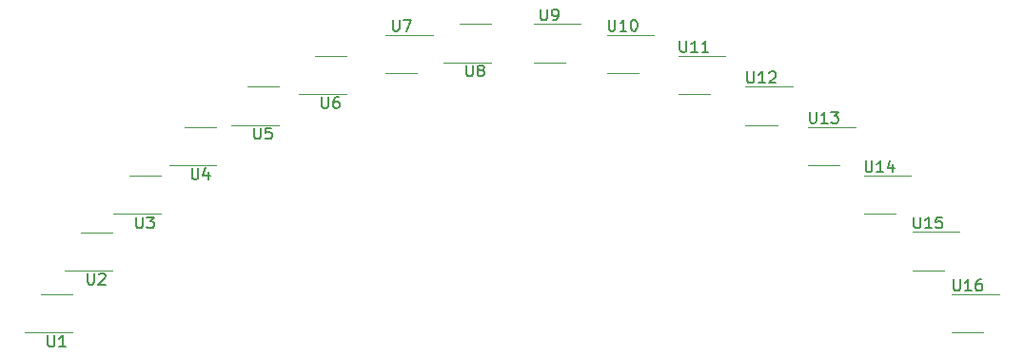
<source format=gbr>
%TF.GenerationSoftware,KiCad,Pcbnew,7.0.10*%
%TF.CreationDate,2024-03-21T08:15:52-03:00*%
%TF.ProjectId,linefollower,6c696e65-666f-46c6-9c6f-7765722e6b69,rev?*%
%TF.SameCoordinates,Original*%
%TF.FileFunction,Legend,Top*%
%TF.FilePolarity,Positive*%
%FSLAX46Y46*%
G04 Gerber Fmt 4.6, Leading zero omitted, Abs format (unit mm)*
G04 Created by KiCad (PCBNEW 7.0.10) date 2024-03-21 08:15:52*
%MOMM*%
%LPD*%
G01*
G04 APERTURE LIST*
%ADD10C,0.150000*%
%ADD11C,0.120000*%
G04 APERTURE END LIST*
D10*
X108718098Y-119670902D02*
X108718098Y-120480425D01*
X108718098Y-120480425D02*
X108765717Y-120575663D01*
X108765717Y-120575663D02*
X108813336Y-120623283D01*
X108813336Y-120623283D02*
X108908574Y-120670902D01*
X108908574Y-120670902D02*
X109099050Y-120670902D01*
X109099050Y-120670902D02*
X109194288Y-120623283D01*
X109194288Y-120623283D02*
X109241907Y-120575663D01*
X109241907Y-120575663D02*
X109289526Y-120480425D01*
X109289526Y-120480425D02*
X109289526Y-119670902D01*
X110289526Y-120670902D02*
X109718098Y-120670902D01*
X110003812Y-120670902D02*
X110003812Y-119670902D01*
X110003812Y-119670902D02*
X109908574Y-119813759D01*
X109908574Y-119813759D02*
X109813336Y-119908997D01*
X109813336Y-119908997D02*
X109718098Y-119956616D01*
X145941359Y-95564613D02*
X145941359Y-96374136D01*
X145941359Y-96374136D02*
X145988978Y-96469374D01*
X145988978Y-96469374D02*
X146036597Y-96516994D01*
X146036597Y-96516994D02*
X146131835Y-96564613D01*
X146131835Y-96564613D02*
X146322311Y-96564613D01*
X146322311Y-96564613D02*
X146417549Y-96516994D01*
X146417549Y-96516994D02*
X146465168Y-96469374D01*
X146465168Y-96469374D02*
X146512787Y-96374136D01*
X146512787Y-96374136D02*
X146512787Y-95564613D01*
X147131835Y-95993184D02*
X147036597Y-95945565D01*
X147036597Y-95945565D02*
X146988978Y-95897946D01*
X146988978Y-95897946D02*
X146941359Y-95802708D01*
X146941359Y-95802708D02*
X146941359Y-95755089D01*
X146941359Y-95755089D02*
X146988978Y-95659851D01*
X146988978Y-95659851D02*
X147036597Y-95612232D01*
X147036597Y-95612232D02*
X147131835Y-95564613D01*
X147131835Y-95564613D02*
X147322311Y-95564613D01*
X147322311Y-95564613D02*
X147417549Y-95612232D01*
X147417549Y-95612232D02*
X147465168Y-95659851D01*
X147465168Y-95659851D02*
X147512787Y-95755089D01*
X147512787Y-95755089D02*
X147512787Y-95802708D01*
X147512787Y-95802708D02*
X147465168Y-95897946D01*
X147465168Y-95897946D02*
X147417549Y-95945565D01*
X147417549Y-95945565D02*
X147322311Y-95993184D01*
X147322311Y-95993184D02*
X147131835Y-95993184D01*
X147131835Y-95993184D02*
X147036597Y-96040803D01*
X147036597Y-96040803D02*
X146988978Y-96088422D01*
X146988978Y-96088422D02*
X146941359Y-96183660D01*
X146941359Y-96183660D02*
X146941359Y-96374136D01*
X146941359Y-96374136D02*
X146988978Y-96469374D01*
X146988978Y-96469374D02*
X147036597Y-96516994D01*
X147036597Y-96516994D02*
X147131835Y-96564613D01*
X147131835Y-96564613D02*
X147322311Y-96564613D01*
X147322311Y-96564613D02*
X147417549Y-96516994D01*
X147417549Y-96516994D02*
X147465168Y-96469374D01*
X147465168Y-96469374D02*
X147512787Y-96374136D01*
X147512787Y-96374136D02*
X147512787Y-96183660D01*
X147512787Y-96183660D02*
X147465168Y-96088422D01*
X147465168Y-96088422D02*
X147417549Y-96040803D01*
X147417549Y-96040803D02*
X147322311Y-95993184D01*
X176496475Y-99734464D02*
X176496475Y-100543987D01*
X176496475Y-100543987D02*
X176544094Y-100639225D01*
X176544094Y-100639225D02*
X176591713Y-100686845D01*
X176591713Y-100686845D02*
X176686951Y-100734464D01*
X176686951Y-100734464D02*
X176877427Y-100734464D01*
X176877427Y-100734464D02*
X176972665Y-100686845D01*
X176972665Y-100686845D02*
X177020284Y-100639225D01*
X177020284Y-100639225D02*
X177067903Y-100543987D01*
X177067903Y-100543987D02*
X177067903Y-99734464D01*
X178067903Y-100734464D02*
X177496475Y-100734464D01*
X177782189Y-100734464D02*
X177782189Y-99734464D01*
X177782189Y-99734464D02*
X177686951Y-99877321D01*
X177686951Y-99877321D02*
X177591713Y-99972559D01*
X177591713Y-99972559D02*
X177496475Y-100020178D01*
X178401237Y-99734464D02*
X179020284Y-99734464D01*
X179020284Y-99734464D02*
X178686951Y-100115416D01*
X178686951Y-100115416D02*
X178829808Y-100115416D01*
X178829808Y-100115416D02*
X178925046Y-100163035D01*
X178925046Y-100163035D02*
X178972665Y-100210654D01*
X178972665Y-100210654D02*
X179020284Y-100305892D01*
X179020284Y-100305892D02*
X179020284Y-100543987D01*
X179020284Y-100543987D02*
X178972665Y-100639225D01*
X178972665Y-100639225D02*
X178925046Y-100686845D01*
X178925046Y-100686845D02*
X178829808Y-100734464D01*
X178829808Y-100734464D02*
X178544094Y-100734464D01*
X178544094Y-100734464D02*
X178448856Y-100686845D01*
X178448856Y-100686845D02*
X178401237Y-100639225D01*
X133079228Y-98391726D02*
X133079228Y-99201249D01*
X133079228Y-99201249D02*
X133126847Y-99296487D01*
X133126847Y-99296487D02*
X133174466Y-99344107D01*
X133174466Y-99344107D02*
X133269704Y-99391726D01*
X133269704Y-99391726D02*
X133460180Y-99391726D01*
X133460180Y-99391726D02*
X133555418Y-99344107D01*
X133555418Y-99344107D02*
X133603037Y-99296487D01*
X133603037Y-99296487D02*
X133650656Y-99201249D01*
X133650656Y-99201249D02*
X133650656Y-98391726D01*
X134555418Y-98391726D02*
X134364942Y-98391726D01*
X134364942Y-98391726D02*
X134269704Y-98439345D01*
X134269704Y-98439345D02*
X134222085Y-98486964D01*
X134222085Y-98486964D02*
X134126847Y-98629821D01*
X134126847Y-98629821D02*
X134079228Y-98820297D01*
X134079228Y-98820297D02*
X134079228Y-99201249D01*
X134079228Y-99201249D02*
X134126847Y-99296487D01*
X134126847Y-99296487D02*
X134174466Y-99344107D01*
X134174466Y-99344107D02*
X134269704Y-99391726D01*
X134269704Y-99391726D02*
X134460180Y-99391726D01*
X134460180Y-99391726D02*
X134555418Y-99344107D01*
X134555418Y-99344107D02*
X134603037Y-99296487D01*
X134603037Y-99296487D02*
X134650656Y-99201249D01*
X134650656Y-99201249D02*
X134650656Y-98963154D01*
X134650656Y-98963154D02*
X134603037Y-98867916D01*
X134603037Y-98867916D02*
X134555418Y-98820297D01*
X134555418Y-98820297D02*
X134460180Y-98772678D01*
X134460180Y-98772678D02*
X134269704Y-98772678D01*
X134269704Y-98772678D02*
X134174466Y-98820297D01*
X134174466Y-98820297D02*
X134126847Y-98867916D01*
X134126847Y-98867916D02*
X134079228Y-98963154D01*
X112259125Y-114111315D02*
X112259125Y-114920838D01*
X112259125Y-114920838D02*
X112306744Y-115016076D01*
X112306744Y-115016076D02*
X112354363Y-115063696D01*
X112354363Y-115063696D02*
X112449601Y-115111315D01*
X112449601Y-115111315D02*
X112640077Y-115111315D01*
X112640077Y-115111315D02*
X112735315Y-115063696D01*
X112735315Y-115063696D02*
X112782934Y-115016076D01*
X112782934Y-115016076D02*
X112830553Y-114920838D01*
X112830553Y-114920838D02*
X112830553Y-114111315D01*
X113259125Y-114206553D02*
X113306744Y-114158934D01*
X113306744Y-114158934D02*
X113401982Y-114111315D01*
X113401982Y-114111315D02*
X113640077Y-114111315D01*
X113640077Y-114111315D02*
X113735315Y-114158934D01*
X113735315Y-114158934D02*
X113782934Y-114206553D01*
X113782934Y-114206553D02*
X113830553Y-114301791D01*
X113830553Y-114301791D02*
X113830553Y-114397029D01*
X113830553Y-114397029D02*
X113782934Y-114539886D01*
X113782934Y-114539886D02*
X113211506Y-115111315D01*
X113211506Y-115111315D02*
X113830553Y-115111315D01*
X181459637Y-104090695D02*
X181459637Y-104900218D01*
X181459637Y-104900218D02*
X181507256Y-104995456D01*
X181507256Y-104995456D02*
X181554875Y-105043076D01*
X181554875Y-105043076D02*
X181650113Y-105090695D01*
X181650113Y-105090695D02*
X181840589Y-105090695D01*
X181840589Y-105090695D02*
X181935827Y-105043076D01*
X181935827Y-105043076D02*
X181983446Y-104995456D01*
X181983446Y-104995456D02*
X182031065Y-104900218D01*
X182031065Y-104900218D02*
X182031065Y-104090695D01*
X183031065Y-105090695D02*
X182459637Y-105090695D01*
X182745351Y-105090695D02*
X182745351Y-104090695D01*
X182745351Y-104090695D02*
X182650113Y-104233552D01*
X182650113Y-104233552D02*
X182554875Y-104328790D01*
X182554875Y-104328790D02*
X182459637Y-104376409D01*
X183888208Y-104424028D02*
X183888208Y-105090695D01*
X183650113Y-104043076D02*
X183412018Y-104757361D01*
X183412018Y-104757361D02*
X184031065Y-104757361D01*
X121518698Y-104742951D02*
X121518698Y-105552474D01*
X121518698Y-105552474D02*
X121566317Y-105647712D01*
X121566317Y-105647712D02*
X121613936Y-105695332D01*
X121613936Y-105695332D02*
X121709174Y-105742951D01*
X121709174Y-105742951D02*
X121899650Y-105742951D01*
X121899650Y-105742951D02*
X121994888Y-105695332D01*
X121994888Y-105695332D02*
X122042507Y-105647712D01*
X122042507Y-105647712D02*
X122090126Y-105552474D01*
X122090126Y-105552474D02*
X122090126Y-104742951D01*
X122994888Y-105076284D02*
X122994888Y-105742951D01*
X122756793Y-104695332D02*
X122518698Y-105409617D01*
X122518698Y-105409617D02*
X123137745Y-105409617D01*
X127065241Y-101151106D02*
X127065241Y-101960629D01*
X127065241Y-101960629D02*
X127112860Y-102055867D01*
X127112860Y-102055867D02*
X127160479Y-102103487D01*
X127160479Y-102103487D02*
X127255717Y-102151106D01*
X127255717Y-102151106D02*
X127446193Y-102151106D01*
X127446193Y-102151106D02*
X127541431Y-102103487D01*
X127541431Y-102103487D02*
X127589050Y-102055867D01*
X127589050Y-102055867D02*
X127636669Y-101960629D01*
X127636669Y-101960629D02*
X127636669Y-101151106D01*
X128589050Y-101151106D02*
X128112860Y-101151106D01*
X128112860Y-101151106D02*
X128065241Y-101627296D01*
X128065241Y-101627296D02*
X128112860Y-101579677D01*
X128112860Y-101579677D02*
X128208098Y-101532058D01*
X128208098Y-101532058D02*
X128446193Y-101532058D01*
X128446193Y-101532058D02*
X128541431Y-101579677D01*
X128541431Y-101579677D02*
X128589050Y-101627296D01*
X128589050Y-101627296D02*
X128636669Y-101722534D01*
X128636669Y-101722534D02*
X128636669Y-101960629D01*
X128636669Y-101960629D02*
X128589050Y-102055867D01*
X128589050Y-102055867D02*
X128541431Y-102103487D01*
X128541431Y-102103487D02*
X128446193Y-102151106D01*
X128446193Y-102151106D02*
X128208098Y-102151106D01*
X128208098Y-102151106D02*
X128112860Y-102103487D01*
X128112860Y-102103487D02*
X128065241Y-102055867D01*
X170944449Y-96144479D02*
X170944449Y-96954002D01*
X170944449Y-96954002D02*
X170992068Y-97049240D01*
X170992068Y-97049240D02*
X171039687Y-97096860D01*
X171039687Y-97096860D02*
X171134925Y-97144479D01*
X171134925Y-97144479D02*
X171325401Y-97144479D01*
X171325401Y-97144479D02*
X171420639Y-97096860D01*
X171420639Y-97096860D02*
X171468258Y-97049240D01*
X171468258Y-97049240D02*
X171515877Y-96954002D01*
X171515877Y-96954002D02*
X171515877Y-96144479D01*
X172515877Y-97144479D02*
X171944449Y-97144479D01*
X172230163Y-97144479D02*
X172230163Y-96144479D01*
X172230163Y-96144479D02*
X172134925Y-96287336D01*
X172134925Y-96287336D02*
X172039687Y-96382574D01*
X172039687Y-96382574D02*
X171944449Y-96430193D01*
X172896830Y-96239717D02*
X172944449Y-96192098D01*
X172944449Y-96192098D02*
X173039687Y-96144479D01*
X173039687Y-96144479D02*
X173277782Y-96144479D01*
X173277782Y-96144479D02*
X173373020Y-96192098D01*
X173373020Y-96192098D02*
X173420639Y-96239717D01*
X173420639Y-96239717D02*
X173468258Y-96334955D01*
X173468258Y-96334955D02*
X173468258Y-96430193D01*
X173468258Y-96430193D02*
X173420639Y-96573050D01*
X173420639Y-96573050D02*
X172849211Y-97144479D01*
X172849211Y-97144479D02*
X173468258Y-97144479D01*
X189310976Y-114680392D02*
X189310976Y-115489915D01*
X189310976Y-115489915D02*
X189358595Y-115585153D01*
X189358595Y-115585153D02*
X189406214Y-115632773D01*
X189406214Y-115632773D02*
X189501452Y-115680392D01*
X189501452Y-115680392D02*
X189691928Y-115680392D01*
X189691928Y-115680392D02*
X189787166Y-115632773D01*
X189787166Y-115632773D02*
X189834785Y-115585153D01*
X189834785Y-115585153D02*
X189882404Y-115489915D01*
X189882404Y-115489915D02*
X189882404Y-114680392D01*
X190882404Y-115680392D02*
X190310976Y-115680392D01*
X190596690Y-115680392D02*
X190596690Y-114680392D01*
X190596690Y-114680392D02*
X190501452Y-114823249D01*
X190501452Y-114823249D02*
X190406214Y-114918487D01*
X190406214Y-114918487D02*
X190310976Y-114966106D01*
X191739547Y-114680392D02*
X191549071Y-114680392D01*
X191549071Y-114680392D02*
X191453833Y-114728011D01*
X191453833Y-114728011D02*
X191406214Y-114775630D01*
X191406214Y-114775630D02*
X191310976Y-114918487D01*
X191310976Y-114918487D02*
X191263357Y-115108963D01*
X191263357Y-115108963D02*
X191263357Y-115489915D01*
X191263357Y-115489915D02*
X191310976Y-115585153D01*
X191310976Y-115585153D02*
X191358595Y-115632773D01*
X191358595Y-115632773D02*
X191453833Y-115680392D01*
X191453833Y-115680392D02*
X191644309Y-115680392D01*
X191644309Y-115680392D02*
X191739547Y-115632773D01*
X191739547Y-115632773D02*
X191787166Y-115585153D01*
X191787166Y-115585153D02*
X191834785Y-115489915D01*
X191834785Y-115489915D02*
X191834785Y-115251820D01*
X191834785Y-115251820D02*
X191787166Y-115156582D01*
X191787166Y-115156582D02*
X191739547Y-115108963D01*
X191739547Y-115108963D02*
X191644309Y-115061344D01*
X191644309Y-115061344D02*
X191453833Y-115061344D01*
X191453833Y-115061344D02*
X191358595Y-115108963D01*
X191358595Y-115108963D02*
X191310976Y-115156582D01*
X191310976Y-115156582D02*
X191263357Y-115251820D01*
X116562837Y-109099765D02*
X116562837Y-109909288D01*
X116562837Y-109909288D02*
X116610456Y-110004526D01*
X116610456Y-110004526D02*
X116658075Y-110052146D01*
X116658075Y-110052146D02*
X116753313Y-110099765D01*
X116753313Y-110099765D02*
X116943789Y-110099765D01*
X116943789Y-110099765D02*
X117039027Y-110052146D01*
X117039027Y-110052146D02*
X117086646Y-110004526D01*
X117086646Y-110004526D02*
X117134265Y-109909288D01*
X117134265Y-109909288D02*
X117134265Y-109099765D01*
X117515218Y-109099765D02*
X118134265Y-109099765D01*
X118134265Y-109099765D02*
X117800932Y-109480717D01*
X117800932Y-109480717D02*
X117943789Y-109480717D01*
X117943789Y-109480717D02*
X118039027Y-109528336D01*
X118039027Y-109528336D02*
X118086646Y-109575955D01*
X118086646Y-109575955D02*
X118134265Y-109671193D01*
X118134265Y-109671193D02*
X118134265Y-109909288D01*
X118134265Y-109909288D02*
X118086646Y-110004526D01*
X118086646Y-110004526D02*
X118039027Y-110052146D01*
X118039027Y-110052146D02*
X117943789Y-110099765D01*
X117943789Y-110099765D02*
X117658075Y-110099765D01*
X117658075Y-110099765D02*
X117562837Y-110052146D01*
X117562837Y-110052146D02*
X117515218Y-110004526D01*
X152544177Y-90561050D02*
X152544177Y-91370573D01*
X152544177Y-91370573D02*
X152591796Y-91465811D01*
X152591796Y-91465811D02*
X152639415Y-91513431D01*
X152639415Y-91513431D02*
X152734653Y-91561050D01*
X152734653Y-91561050D02*
X152925129Y-91561050D01*
X152925129Y-91561050D02*
X153020367Y-91513431D01*
X153020367Y-91513431D02*
X153067986Y-91465811D01*
X153067986Y-91465811D02*
X153115605Y-91370573D01*
X153115605Y-91370573D02*
X153115605Y-90561050D01*
X153639415Y-91561050D02*
X153829891Y-91561050D01*
X153829891Y-91561050D02*
X153925129Y-91513431D01*
X153925129Y-91513431D02*
X153972748Y-91465811D01*
X153972748Y-91465811D02*
X154067986Y-91322954D01*
X154067986Y-91322954D02*
X154115605Y-91132478D01*
X154115605Y-91132478D02*
X154115605Y-90751526D01*
X154115605Y-90751526D02*
X154067986Y-90656288D01*
X154067986Y-90656288D02*
X154020367Y-90608669D01*
X154020367Y-90608669D02*
X153925129Y-90561050D01*
X153925129Y-90561050D02*
X153734653Y-90561050D01*
X153734653Y-90561050D02*
X153639415Y-90608669D01*
X153639415Y-90608669D02*
X153591796Y-90656288D01*
X153591796Y-90656288D02*
X153544177Y-90751526D01*
X153544177Y-90751526D02*
X153544177Y-90989621D01*
X153544177Y-90989621D02*
X153591796Y-91084859D01*
X153591796Y-91084859D02*
X153639415Y-91132478D01*
X153639415Y-91132478D02*
X153734653Y-91180097D01*
X153734653Y-91180097D02*
X153925129Y-91180097D01*
X153925129Y-91180097D02*
X154020367Y-91132478D01*
X154020367Y-91132478D02*
X154067986Y-91084859D01*
X154067986Y-91084859D02*
X154115605Y-90989621D01*
X164942886Y-93379271D02*
X164942886Y-94188794D01*
X164942886Y-94188794D02*
X164990505Y-94284032D01*
X164990505Y-94284032D02*
X165038124Y-94331652D01*
X165038124Y-94331652D02*
X165133362Y-94379271D01*
X165133362Y-94379271D02*
X165323838Y-94379271D01*
X165323838Y-94379271D02*
X165419076Y-94331652D01*
X165419076Y-94331652D02*
X165466695Y-94284032D01*
X165466695Y-94284032D02*
X165514314Y-94188794D01*
X165514314Y-94188794D02*
X165514314Y-93379271D01*
X166514314Y-94379271D02*
X165942886Y-94379271D01*
X166228600Y-94379271D02*
X166228600Y-93379271D01*
X166228600Y-93379271D02*
X166133362Y-93522128D01*
X166133362Y-93522128D02*
X166038124Y-93617366D01*
X166038124Y-93617366D02*
X165942886Y-93664985D01*
X167466695Y-94379271D02*
X166895267Y-94379271D01*
X167180981Y-94379271D02*
X167180981Y-93379271D01*
X167180981Y-93379271D02*
X167085743Y-93522128D01*
X167085743Y-93522128D02*
X166990505Y-93617366D01*
X166990505Y-93617366D02*
X166895267Y-93664985D01*
X139400855Y-91510901D02*
X139400855Y-92320424D01*
X139400855Y-92320424D02*
X139448474Y-92415662D01*
X139448474Y-92415662D02*
X139496093Y-92463282D01*
X139496093Y-92463282D02*
X139591331Y-92510901D01*
X139591331Y-92510901D02*
X139781807Y-92510901D01*
X139781807Y-92510901D02*
X139877045Y-92463282D01*
X139877045Y-92463282D02*
X139924664Y-92415662D01*
X139924664Y-92415662D02*
X139972283Y-92320424D01*
X139972283Y-92320424D02*
X139972283Y-91510901D01*
X140353236Y-91510901D02*
X141019902Y-91510901D01*
X141019902Y-91510901D02*
X140591331Y-92510901D01*
X185765030Y-109101523D02*
X185765030Y-109911046D01*
X185765030Y-109911046D02*
X185812649Y-110006284D01*
X185812649Y-110006284D02*
X185860268Y-110053904D01*
X185860268Y-110053904D02*
X185955506Y-110101523D01*
X185955506Y-110101523D02*
X186145982Y-110101523D01*
X186145982Y-110101523D02*
X186241220Y-110053904D01*
X186241220Y-110053904D02*
X186288839Y-110006284D01*
X186288839Y-110006284D02*
X186336458Y-109911046D01*
X186336458Y-109911046D02*
X186336458Y-109101523D01*
X187336458Y-110101523D02*
X186765030Y-110101523D01*
X187050744Y-110101523D02*
X187050744Y-109101523D01*
X187050744Y-109101523D02*
X186955506Y-109244380D01*
X186955506Y-109244380D02*
X186860268Y-109339618D01*
X186860268Y-109339618D02*
X186765030Y-109387237D01*
X188241220Y-109101523D02*
X187765030Y-109101523D01*
X187765030Y-109101523D02*
X187717411Y-109577713D01*
X187717411Y-109577713D02*
X187765030Y-109530094D01*
X187765030Y-109530094D02*
X187860268Y-109482475D01*
X187860268Y-109482475D02*
X188098363Y-109482475D01*
X188098363Y-109482475D02*
X188193601Y-109530094D01*
X188193601Y-109530094D02*
X188241220Y-109577713D01*
X188241220Y-109577713D02*
X188288839Y-109672951D01*
X188288839Y-109672951D02*
X188288839Y-109911046D01*
X188288839Y-109911046D02*
X188241220Y-110006284D01*
X188241220Y-110006284D02*
X188193601Y-110053904D01*
X188193601Y-110053904D02*
X188098363Y-110101523D01*
X188098363Y-110101523D02*
X187860268Y-110101523D01*
X187860268Y-110101523D02*
X187765030Y-110053904D01*
X187765030Y-110053904D02*
X187717411Y-110006284D01*
X158611150Y-91512325D02*
X158611150Y-92321848D01*
X158611150Y-92321848D02*
X158658769Y-92417086D01*
X158658769Y-92417086D02*
X158706388Y-92464706D01*
X158706388Y-92464706D02*
X158801626Y-92512325D01*
X158801626Y-92512325D02*
X158992102Y-92512325D01*
X158992102Y-92512325D02*
X159087340Y-92464706D01*
X159087340Y-92464706D02*
X159134959Y-92417086D01*
X159134959Y-92417086D02*
X159182578Y-92321848D01*
X159182578Y-92321848D02*
X159182578Y-91512325D01*
X160182578Y-92512325D02*
X159611150Y-92512325D01*
X159896864Y-92512325D02*
X159896864Y-91512325D01*
X159896864Y-91512325D02*
X159801626Y-91655182D01*
X159801626Y-91655182D02*
X159706388Y-91750420D01*
X159706388Y-91750420D02*
X159611150Y-91798039D01*
X160801626Y-91512325D02*
X160896864Y-91512325D01*
X160896864Y-91512325D02*
X160992102Y-91559944D01*
X160992102Y-91559944D02*
X161039721Y-91607563D01*
X161039721Y-91607563D02*
X161087340Y-91702801D01*
X161087340Y-91702801D02*
X161134959Y-91893277D01*
X161134959Y-91893277D02*
X161134959Y-92131372D01*
X161134959Y-92131372D02*
X161087340Y-92321848D01*
X161087340Y-92321848D02*
X161039721Y-92417086D01*
X161039721Y-92417086D02*
X160992102Y-92464706D01*
X160992102Y-92464706D02*
X160896864Y-92512325D01*
X160896864Y-92512325D02*
X160801626Y-92512325D01*
X160801626Y-92512325D02*
X160706388Y-92464706D01*
X160706388Y-92464706D02*
X160658769Y-92417086D01*
X160658769Y-92417086D02*
X160611150Y-92321848D01*
X160611150Y-92321848D02*
X160563531Y-92131372D01*
X160563531Y-92131372D02*
X160563531Y-91893277D01*
X160563531Y-91893277D02*
X160611150Y-91702801D01*
X160611150Y-91702801D02*
X160658769Y-91607563D01*
X160658769Y-91607563D02*
X160706388Y-91559944D01*
X160706388Y-91559944D02*
X160801626Y-91512325D01*
D11*
%TO.C,U1*%
X110880003Y-119416083D02*
X106680003Y-119416083D01*
X110880003Y-116016083D02*
X108080003Y-116016083D01*
%TO.C,U8*%
X148103264Y-95309794D02*
X143903264Y-95309794D01*
X148103264Y-91909794D02*
X145303264Y-91909794D01*
%TO.C,U13*%
X176334570Y-101079645D02*
X180534570Y-101079645D01*
X176334570Y-104479645D02*
X179134570Y-104479645D01*
%TO.C,U6*%
X135241133Y-98136907D02*
X131041133Y-98136907D01*
X135241133Y-94736907D02*
X132441133Y-94736907D01*
%TO.C,U2*%
X114421030Y-113856496D02*
X110221030Y-113856496D01*
X114421030Y-110456496D02*
X111621030Y-110456496D01*
%TO.C,U14*%
X181297732Y-105435876D02*
X185497732Y-105435876D01*
X181297732Y-108835876D02*
X184097732Y-108835876D01*
%TO.C,U4*%
X123680603Y-104488132D02*
X119480603Y-104488132D01*
X123680603Y-101088132D02*
X120880603Y-101088132D01*
%TO.C,U5*%
X129227146Y-100896287D02*
X125027146Y-100896287D01*
X129227146Y-97496287D02*
X126427146Y-97496287D01*
%TO.C,U12*%
X170782544Y-97489660D02*
X174982544Y-97489660D01*
X170782544Y-100889660D02*
X173582544Y-100889660D01*
%TO.C,U16*%
X189149071Y-116025573D02*
X193349071Y-116025573D01*
X189149071Y-119425573D02*
X191949071Y-119425573D01*
%TO.C,U3*%
X118724742Y-108844946D02*
X114524742Y-108844946D01*
X118724742Y-105444946D02*
X115924742Y-105444946D01*
%TO.C,U9*%
X151906082Y-91906231D02*
X156106082Y-91906231D01*
X151906082Y-95306231D02*
X154706082Y-95306231D01*
%TO.C,U11*%
X164780981Y-94724452D02*
X168980981Y-94724452D01*
X164780981Y-98124452D02*
X167580981Y-98124452D01*
%TO.C,U7*%
X138762760Y-92856082D02*
X142962760Y-92856082D01*
X138762760Y-96256082D02*
X141562760Y-96256082D01*
%TO.C,U15*%
X185603125Y-110446704D02*
X189803125Y-110446704D01*
X185603125Y-113846704D02*
X188403125Y-113846704D01*
%TO.C,U10*%
X158449245Y-92857506D02*
X162649245Y-92857506D01*
X158449245Y-96257506D02*
X161249245Y-96257506D01*
%TD*%
M02*

</source>
